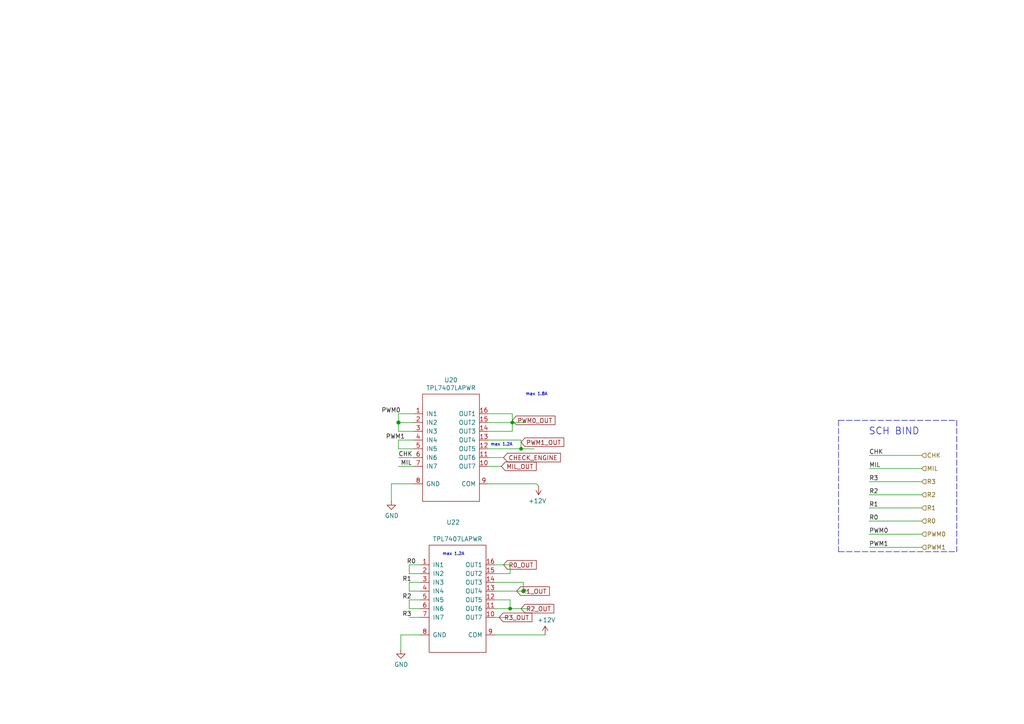
<source format=kicad_sch>
(kicad_sch (version 20231120) (generator "eeschema") (generator_version "7.99")
  (paper "A4")
  (title_block (title "OpenEFI") (date "2023-10-14") (rev "4.0") (company "Churrosoft®") (comment 1 "CERN-OHL-S Licence"))
  (lib_symbols
    (symbol "OpenEFI-STM32-rev3:TPL7407LAPWR" (pin_names (offset 1.016))
      (property "Reference" "U" (at -6.985 5.08 0))
      (property "Value" "TPL7407LAPWR" (at 0 -22.86 0))
      (symbol "TPL7407LAPWR_0_1"
        (rectangle (start -8.255 6.35) (end 8.255 -24.765))
      )
      (symbol "TPL7407LAPWR_1_1"
        (pin input line (at -10.795 0.635 0) (length 2.54) (name "IN1") (number "1"))
        (pin output line (at 10.795 -14.605 180) (length 2.54) (name "OUT7") (number "10"))
        (pin output line (at 10.795 -12.065 180) (length 2.54) (name "OUT6") (number "11"))
        (pin output line (at 10.795 -9.525 180) (length 2.54) (name "OUT5") (number "12"))
        (pin output line (at 10.795 -6.985 180) (length 2.54) (name "OUT4") (number "13"))
        (pin output line (at 10.795 -4.445 180) (length 2.54) (name "OUT3") (number "14"))
        (pin output line (at 10.795 -1.905 180) (length 2.54) (name "OUT2") (number "15"))
        (pin output line (at 10.795 0.635 180) (length 2.54) (name "OUT1") (number "16"))
        (pin input line (at -10.795 -1.905 0) (length 2.54) (name "IN2") (number "2"))
        (pin input line (at -10.795 -4.445 0) (length 2.54) (name "IN3") (number "3"))
        (pin input line (at -10.795 -6.985 0) (length 2.54) (name "IN4") (number "4"))
        (pin input line (at -10.795 -9.525 0) (length 2.54) (name "IN5") (number "5"))
        (pin input line (at -10.795 -12.065 0) (length 2.54) (name "IN6") (number "6"))
        (pin input line (at -10.795 -14.605 0) (length 2.54) (name "IN7") (number "7"))
        (pin input line (at -10.795 -19.685 0) (length 2.54) (name "GND") (number "8"))
        (pin input line (at 10.795 -19.685 180) (length 2.54) (name "COM") (number "9"))
      )
    )
    (symbol "power:+12V" (power) (pin_names (offset 0))
      (property "Value" "+12V" (at 0 3.556 0))
      (symbol "+12V_0_1"
        (polyline (pts (xy -0.762 1.27) (xy 0 2.54)))
        (polyline (pts (xy 0 0) (xy 0 2.54)))
        (polyline (pts (xy 0 2.54) (xy 0.762 1.27)))
      )
      (symbol "+12V_1_1"
        (pin power_in line (at 0 0 90) (length 0) hide (name "+12V") (number "1"))
      )
    )
    (symbol "power:GND" (power) (pin_names (offset 0))
      (property "Value" "GND" (at 0 -3.81 0))
      (symbol "GND_0_1"
        (polyline (pts (xy 0 0) (xy 0 -1.27) (xy 1.27 -1.27) (xy 0 -2.54) (xy -1.27 -1.27) (xy 0 -1.27)))
      )
      (symbol "GND_1_1"
        (pin power_in line (at 0 0 270) (length 0) hide (name "GND") (number "1"))
      )
    )
  )
  (junction (at 148.59 122.555))
  (junction (at 115.57 122.555) (diameter 1.016))
  (junction (at 147.955 176.53))
  (junction (at 151.13 130.175))
  (junction (at 151.765 171.45))
  (wire (pts (xy 121.92 173.99) (xy 118.6942 173.99)))
  (wire (pts (xy 147.955 163.83) (xy 147.955 166.37)))
  (wire (pts (xy 151.765 168.91) (xy 151.765 171.45)))
  (wire (pts (xy 120.015 127.635) (xy 115.57 127.635)))
  (wire (pts (xy 115.57 135.255) (xy 120.015 135.255)))
  (wire (pts (xy 252.095 143.51) (xy 267.335 143.51)))
  (wire (pts (xy 115.57 122.555) (xy 120.015 122.555)))
  (polyline (pts (xy 243.205 121.92) (xy 277.495 121.92)) (stroke (width 0) (type dash)))
  (wire (pts (xy 121.92 163.83) (xy 118.6942 163.83)))
  (wire (pts (xy 147.955 176.53) (xy 153.035 176.53)))
  (polyline (pts (xy 277.495 121.92) (xy 277.495 160.02)) (stroke (width 0) (type dash)))
  (wire (pts (xy 252.095 139.7) (xy 267.335 139.7)))
  (wire (pts (xy 113.5126 140.335) (xy 113.5126 145.2372)))
  (wire (pts (xy 252.095 147.32) (xy 267.335 147.32)))
  (wire (pts (xy 143.51 173.99) (xy 147.955 173.99)))
  (wire (pts (xy 148.59 125.095) (xy 148.59 122.555)))
  (wire (pts (xy 252.095 154.94) (xy 267.335 154.94)))
  (wire (pts (xy 115.57 125.095) (xy 115.57 122.555)))
  (wire (pts (xy 148.59 122.555) (xy 148.59 120.015)))
  (wire (pts (xy 143.51 179.07) (xy 147.32 179.07)))
  (wire (pts (xy 118.6942 163.83) (xy 118.6942 166.37)))
  (wire (pts (xy 141.605 130.175) (xy 151.13 130.175)))
  (wire (pts (xy 143.51 184.15) (xy 158.115 184.15)))
  (wire (pts (xy 147.955 173.99) (xy 147.955 176.53)))
  (wire (pts (xy 151.13 127.635) (xy 151.13 130.175)))
  (wire (pts (xy 118.6942 166.37) (xy 121.92 166.37)))
  (wire (pts (xy 141.605 122.555) (xy 148.59 122.555)))
  (polyline (pts (xy 243.205 121.92) (xy 243.205 160.02)) (stroke (width 0) (type dash)))
  (wire (pts (xy 143.51 168.91) (xy 151.765 168.91)))
  (wire (pts (xy 143.51 171.45) (xy 151.765 171.45)))
  (wire (pts (xy 115.57 130.175) (xy 120.015 130.175)))
  (wire (pts (xy 141.605 135.255) (xy 145.415 135.255)))
  (wire (pts (xy 143.51 163.83) (xy 147.955 163.83)))
  (wire (pts (xy 252.095 158.75) (xy 267.335 158.75)))
  (wire (pts (xy 118.6942 176.53) (xy 121.92 176.53)))
  (wire (pts (xy 252.095 151.13) (xy 267.335 151.13)))
  (wire (pts (xy 151.13 130.175) (xy 154.94 130.175)))
  (wire (pts (xy 121.92 184.15) (xy 116.2558 184.15)))
  (wire (pts (xy 115.57 127.635) (xy 115.57 130.175)))
  (wire (pts (xy 120.015 140.335) (xy 113.5126 140.335)))
  (wire (pts (xy 141.605 127.635) (xy 151.13 127.635)))
  (wire (pts (xy 141.605 140.335) (xy 155.575 140.335)))
  (wire (pts (xy 141.605 125.095) (xy 148.59 125.095)))
  (wire (pts (xy 121.92 168.91) (xy 118.6942 168.91)))
  (wire (pts (xy 146.05 132.715) (xy 141.605 132.715)))
  (wire (pts (xy 151.765 171.45) (xy 153.035 171.45)))
  (wire (pts (xy 115.57 132.715) (xy 120.015 132.715)))
  (wire (pts (xy 143.51 166.37) (xy 147.955 166.37)))
  (wire (pts (xy 115.57 120.015) (xy 120.015 120.015)))
  (wire (pts (xy 252.095 135.89) (xy 267.335 135.89)))
  (wire (pts (xy 118.6942 173.99) (xy 118.6942 176.53)))
  (wire (pts (xy 118.6942 168.91) (xy 118.6942 171.45)))
  (wire (pts (xy 156.21 140.97) (xy 155.575 140.335)))
  (wire (pts (xy 118.6942 179.07) (xy 121.92 179.07)))
  (wire (pts (xy 118.6942 171.45) (xy 121.92 171.45)))
  (wire (pts (xy 116.2558 184.15) (xy 116.2558 188.4172)))
  (polyline (pts (xy 243.205 160.02) (xy 277.495 160.02)) (stroke (width 0) (type dash)))
  (wire (pts (xy 143.51 176.53) (xy 147.955 176.53)))
  (wire (pts (xy 115.57 122.555) (xy 115.57 120.015)))
  (wire (pts (xy 120.015 125.095) (xy 115.57 125.095)))
  (wire (pts (xy 148.59 120.015) (xy 141.605 120.015)))
  (wire (pts (xy 252.095 132.08) (xy 267.335 132.08)))
  (wire (pts (xy 148.59 122.555) (xy 152.4 122.555)))
  (text "max 1.8A" (at 152.4 114.935 0) (effects (font (size 0.889 0.889)) (justify left bottom)))
  (text "max 1.2A" (at 142.24 129.54 0) (effects (font (size 0.889 0.889)) (justify left bottom)))
  (text "SCH BIND" (at 266.7 126.365 0) (effects (font (size 2 2)) (justify right bottom)))
  (text "max 1.2A" (at 128.27 161.29 0) (effects (font (size 0.889 0.889)) (justify left bottom)))
  (label "PWM0" (at 252.095 154.94 0))
  (label "PWM0" (at 116.205 120.015 180))
  (label "R1" (at 252.095 147.32 0))
  (label "PWM1" (at 117.475 127.635 180))
  (label "CHK" (at 115.57 132.715 0))
  (label "MIL" (at 252.095 135.89 0))
  (label "R3" (at 252.095 139.7 0))
  (label "R0" (at 120.65 163.83 180))
  (label "PWM1" (at 252.095 158.75 0))
  (label "R2" (at 119.38 173.99 180))
  (label "R0" (at 252.095 151.13 0))
  (label "CHK" (at 252.095 132.08 0))
  (label "R1" (at 119.38 168.91 180))
  (label "MIL" (at 116.205 135.255 0))
  (label "R2" (at 252.095 143.51 0))
  (label "R3" (at 119.38 179.07 180))
  (global_label "R2_OUT" (shape input) (at 151.13 176.53 0) (property "Intersheetrefs" "${INTERSHEET_REFS}" (effects (hide yes))))
  (global_label "R0_OUT" (shape input) (at 146.05 163.83 0) (property "Intersheetrefs" "${INTERSHEET_REFS}" (effects (hide yes))))
  (global_label "R1_OUT" (shape input) (at 149.86 171.45 0) (property "Intersheetrefs" "${INTERSHEET_REFS}" (effects (hide yes))))
  (global_label "MIL_OUT" (shape input) (at 145.415 135.255 0) (property "Intersheetrefs" "${INTERSHEET_REFS}" (effects (hide yes))))
  (global_label "R3_OUT" (shape input) (at 144.78 179.07 0) (property "Intersheetrefs" "${INTERSHEET_REFS}" (effects (hide yes))))
  (global_label "CHECK_ENGINE" (shape input) (at 146.05 132.715 0) (property "Intersheetrefs" "${INTERSHEET_REFS}" (effects (hide yes))))
  (global_label "PWM1_OUT" (shape input) (at 151.13 128.27 0) (property "Intersheetrefs" "${INTERSHEET_REFS}" (effects (hide yes))))
  (global_label "PWM0_OUT" (shape input) (at 148.59 121.92 0) (property "Intersheetrefs" "${INTERSHEET_REFS}" (effects (hide yes))))
  (hierarchical_label "PWM1" (shape input) (at 267.335 158.75 0))
  (hierarchical_label "R0" (shape input) (at 267.335 151.13 0))
  (hierarchical_label "R2" (shape input) (at 267.335 143.51 0))
  (hierarchical_label "PWM0" (shape input) (at 267.335 154.94 0))
  (hierarchical_label "R3" (shape input) (at 267.335 139.7 0))
  (hierarchical_label "CHK" (shape input) (at 267.335 132.08 0))
  (hierarchical_label "MIL" (shape input) (at 267.335 135.89 0))
  (hierarchical_label "R1" (shape input) (at 267.335 147.32 0))
  (symbol (lib_id "power:+12V") (at 158.115 184.15 0) (unit 1)
    (property "Reference" "#PWR0129" (effects (hide yes)))
    (property "Value" "+12V" (at 158.4833 179.8256 0))
  )
  (symbol (lib_id "power:+12V") (at 156.21 140.97 180) (unit 1)
    (property "Reference" "#PWR0135" (effects (hide yes)))
    (property "Value" "+12V" (at 155.8417 145.2944 0))
  )
  (symbol (lib_id "power:GND") (at 116.2558 188.4172 0) (unit 1)
    (property "Reference" "#PWR0122" (effects (hide yes)))
    (property "Value" "GND" (at 116.3701 192.7416 0))
  )
  (symbol (lib_id "OpenEFI-STM32-rev3:TPL7407LAPWR") (at 132.715 164.465 0) (unit 1)
    (property "Reference" "U22" (at 131.445 151.4918 0))
    (property "Value" "TPL7407LAPWR" (at 132.715 156.3305 0))
    (property "Footprint" "Package_SO:TSSOP-16_4.4x5mm_P0.65mm" (effects (hide yes)))
    (property "LCSC" "C91443" (effects (hide yes)))
  )
  (symbol (lib_id "power:GND") (at 113.5126 145.2372 0) (unit 1)
    (property "Reference" "#PWR0130" (effects (hide yes)))
    (property "Value" "GND" (at 113.6269 149.5616 0))
  )
  (symbol (lib_id "OpenEFI-STM32-rev3:TPL7407LAPWR") (at 130.81 120.65 0) (unit 1)
    (property "Reference" "U20" (at 130.81 110.2168 0))
    (property "Value" "TPL7407LAPWR" (at 130.81 112.5155 0))
    (property "Footprint" "Package_SO:TSSOP-16_4.4x5mm_P0.65mm" (effects (hide yes)))
    (property "LCSC" "C91443" (effects (hide yes)))
  )
)
</source>
